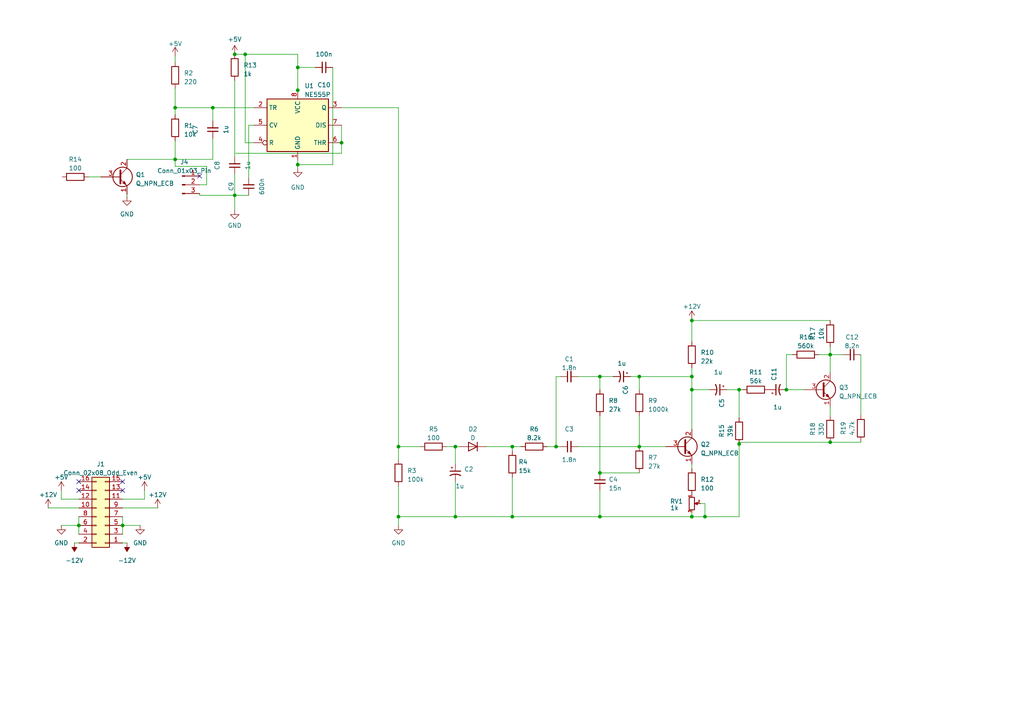
<source format=kicad_sch>
(kicad_sch (version 20230121) (generator eeschema)
  (paper "A4")
  (lib_symbols
    (symbol "Connector:Conn_01x03_Pin" (pin_names (offset 1.016) hide)
      (property "Reference" "J" (at 0 5.08 0))
      (property "Value" "Conn_01x03_Pin" (at 0 -5.08 0))
      (symbol "Conn_01x03_Pin_1_1"
        (polyline (pts (xy 1.27 -2.54) (xy 0.8636 -2.54)) (stroke (width 0.1524)))
        (polyline (pts (xy 1.27 0) (xy 0.8636 0)) (stroke (width 0.1524)))
        (polyline (pts (xy 1.27 2.54) (xy 0.8636 2.54)) (stroke (width 0.1524)))
        (rectangle (start 0.8636 -2.413) (end 0 -2.667) (stroke (width 0.1524)) (fill (type outline)))
        (rectangle (start 0.8636 0.127) (end 0 -0.127) (stroke (width 0.1524)) (fill (type outline)))
        (rectangle (start 0.8636 2.667) (end 0 2.413) (stroke (width 0.1524)) (fill (type outline)))
        (pin passive line (at 5.08 2.54 180) (length 3.81) (name "Pin_1") (number "1"))
        (pin passive line (at 5.08 0 180) (length 3.81) (name "Pin_2") (number "2"))
        (pin passive line (at 5.08 -2.54 180) (length 3.81) (name "Pin_3") (number "3"))
      )
    )
    (symbol "Connector_Generic:Conn_02x08_Odd_Even" (pin_names (offset 1.016) hide)
      (property "Reference" "J" (at 1.27 10.16 0))
      (property "Value" "Conn_02x08_Odd_Even" (at 1.27 -12.7 0))
      (symbol "Conn_02x08_Odd_Even_1_1"
        (rectangle (start -1.27 -10.033) (end 0 -10.287) (stroke (width 0.1524)))
        (rectangle (start -1.27 -7.493) (end 0 -7.747) (stroke (width 0.1524)))
        (rectangle (start -1.27 -4.953) (end 0 -5.207) (stroke (width 0.1524)))
        (rectangle (start -1.27 -2.413) (end 0 -2.667) (stroke (width 0.1524)))
        (rectangle (start -1.27 0.127) (end 0 -0.127) (stroke (width 0.1524)))
        (rectangle (start -1.27 2.667) (end 0 2.413) (stroke (width 0.1524)))
        (rectangle (start -1.27 5.207) (end 0 4.953) (stroke (width 0.1524)))
        (rectangle (start -1.27 7.747) (end 0 7.493) (stroke (width 0.1524)))
        (rectangle (start -1.27 8.89) (end 3.81 -11.43) (stroke (width 0.254)) (fill (type background)))
        (rectangle (start 3.81 -10.033) (end 2.54 -10.287) (stroke (width 0.1524)))
        (rectangle (start 3.81 -7.493) (end 2.54 -7.747) (stroke (width 0.1524)))
        (rectangle (start 3.81 -4.953) (end 2.54 -5.207) (stroke (width 0.1524)))
        (rectangle (start 3.81 -2.413) (end 2.54 -2.667) (stroke (width 0.1524)))
        (rectangle (start 3.81 0.127) (end 2.54 -0.127) (stroke (width 0.1524)))
        (rectangle (start 3.81 2.667) (end 2.54 2.413) (stroke (width 0.1524)))
        (rectangle (start 3.81 5.207) (end 2.54 4.953) (stroke (width 0.1524)))
        (rectangle (start 3.81 7.747) (end 2.54 7.493) (stroke (width 0.1524)))
        (pin passive line (at -5.08 7.62 0) (length 3.81) (name "Pin_1") (number "1"))
        (pin passive line (at 7.62 -2.54 180) (length 3.81) (name "Pin_10") (number "10"))
        (pin passive line (at -5.08 -5.08 0) (length 3.81) (name "Pin_11") (number "11"))
        (pin passive line (at 7.62 -5.08 180) (length 3.81) (name "Pin_12") (number "12"))
        (pin passive line (at -5.08 -7.62 0) (length 3.81) (name "Pin_13") (number "13"))
        (pin passive line (at 7.62 -7.62 180) (length 3.81) (name "Pin_14") (number "14"))
        (pin passive line (at -5.08 -10.16 0) (length 3.81) (name "Pin_15") (number "15"))
        (pin passive line (at 7.62 -10.16 180) (length 3.81) (name "Pin_16") (number "16"))
        (pin passive line (at 7.62 7.62 180) (length 3.81) (name "Pin_2") (number "2"))
        (pin passive line (at -5.08 5.08 0) (length 3.81) (name "Pin_3") (number "3"))
        (pin passive line (at 7.62 5.08 180) (length 3.81) (name "Pin_4") (number "4"))
        (pin passive line (at -5.08 2.54 0) (length 3.81) (name "Pin_5") (number "5"))
        (pin passive line (at 7.62 2.54 180) (length 3.81) (name "Pin_6") (number "6"))
        (pin passive line (at -5.08 0 0) (length 3.81) (name "Pin_7") (number "7"))
        (pin passive line (at 7.62 0 180) (length 3.81) (name "Pin_8") (number "8"))
        (pin passive line (at -5.08 -2.54 0) (length 3.81) (name "Pin_9") (number "9"))
      )
    )
    (symbol "Device:C_Polarized_Small_US" (pin_numbers hide) (pin_names (offset 0.254) hide)
      (property "Reference" "C" (at 0.254 1.778 0))
      (property "Value" "C_Polarized_Small_US" (at 0.254 -2.032 0))
      (symbol "C_Polarized_Small_US_0_1"
        (polyline (pts (xy -1.524 0.508) (xy 1.524 0.508)) (stroke (width 0.3048)))
        (polyline (pts (xy -1.27 1.524) (xy -0.762 1.524)))
        (polyline (pts (xy -1.016 1.27) (xy -1.016 1.778)))
        (arc (start 1.524 -0.762) (mid 0 -0.3734) (end -1.524 -0.762) (stroke (width 0.3048)))
      )
      (symbol "C_Polarized_Small_US_1_1"
        (pin passive line (at 0 2.54 270) (length 2.032) (name "~") (number "1"))
        (pin passive line (at 0 -2.54 90) (length 2.032) (name "~") (number "2"))
      )
    )
    (symbol "Device:C_Small" (pin_numbers hide) (pin_names (offset 0.254) hide)
      (property "Reference" "C" (at 0.254 1.778 0))
      (property "Value" "C_Small" (at 0.254 -2.032 0))
      (symbol "C_Small_0_1"
        (polyline (pts (xy -1.524 -0.508) (xy 1.524 -0.508)) (stroke (width 0.3302)))
        (polyline (pts (xy -1.524 0.508) (xy 1.524 0.508)) (stroke (width 0.3048)))
      )
      (symbol "C_Small_1_1"
        (pin passive line (at 0 2.54 270) (length 2.032) (name "~") (number "1"))
        (pin passive line (at 0 -2.54 90) (length 2.032) (name "~") (number "2"))
      )
    )
    (symbol "Device:D" (pin_numbers hide) (pin_names (offset 1.016) hide)
      (property "Reference" "D" (at 0 2.54 0))
      (property "Value" "D" (at 0 -2.54 0))
      (symbol "D_0_1"
        (polyline (pts (xy -1.27 1.27) (xy -1.27 -1.27)) (stroke (width 0.254)))
        (polyline (pts (xy 1.27 0) (xy -1.27 0)))
        (polyline (pts (xy 1.27 1.27) (xy 1.27 -1.27) (xy -1.27 0) (xy 1.27 1.27)) (stroke (width 0.254)))
      )
      (symbol "D_1_1"
        (pin passive line (at -3.81 0 0) (length 2.54) (name "K") (number "1"))
        (pin passive line (at 3.81 0 180) (length 2.54) (name "A") (number "2"))
      )
    )
    (symbol "Device:Q_NPN_ECB" (pin_names (offset 0) hide)
      (property "Reference" "Q" (at 5.08 1.27 0))
      (property "Value" "Q_NPN_ECB" (at 5.08 -1.27 0))
      (symbol "Q_NPN_ECB_0_1"
        (polyline (pts (xy 0.635 0.635) (xy 2.54 2.54)))
        (polyline (pts (xy 0.635 -0.635) (xy 2.54 -2.54) (xy 2.54 -2.54)))
        (polyline (pts (xy 0.635 1.905) (xy 0.635 -1.905) (xy 0.635 -1.905)) (stroke (width 0.508)))
        (polyline (pts (xy 1.27 -1.778) (xy 1.778 -1.27) (xy 2.286 -2.286) (xy 1.27 -1.778) (xy 1.27 -1.778)) (fill (type outline)))
        (circle (center 1.27 0) (radius 2.8194) (stroke (width 0.254)))
      )
      (symbol "Q_NPN_ECB_1_1"
        (pin passive line (at 2.54 -5.08 90) (length 2.54) (name "E") (number "1"))
        (pin passive line (at 2.54 5.08 270) (length 2.54) (name "C") (number "2"))
        (pin passive line (at -5.08 0 0) (length 5.715) (name "B") (number "3"))
      )
    )
    (symbol "Device:R" (pin_numbers hide) (pin_names (offset 0))
      (property "Reference" "R" (at 2.032 0 90))
      (property "Value" "R" (at 0 0 90))
      (symbol "R_0_1"
        (rectangle (start -1.016 -2.54) (end 1.016 2.54) (stroke (width 0.254)))
      )
      (symbol "R_1_1"
        (pin passive line (at 0 3.81 270) (length 1.27) (name "~") (number "1"))
        (pin passive line (at 0 -3.81 90) (length 1.27) (name "~") (number "2"))
      )
    )
    (symbol "Device:R_Potentiometer_Small" (pin_names (offset 1.016) hide)
      (property "Reference" "RV" (at -4.445 0 90))
      (property "Value" "R_Potentiometer_Small" (at -2.54 0 90))
      (symbol "R_Potentiometer_Small_0_1"
        (polyline (pts (xy 0.889 0) (xy 0.635 0) (xy 1.651 0.381) (xy 1.651 -0.381) (xy 0.635 0) (xy 0.889 0)) (fill (type outline)))
        (rectangle (start 0.762 1.8034) (end -0.762 -1.8034) (stroke (width 0.254)))
      )
      (symbol "R_Potentiometer_Small_1_1"
        (pin passive line (at 0 2.54 270) (length 0.635) (name "1") (number "1"))
        (pin passive line (at 2.54 0 180) (length 0.9906) (name "2") (number "2"))
        (pin passive line (at 0 -2.54 90) (length 0.635) (name "3") (number "3"))
      )
    )
    (symbol "Timer:NE555P"
      (property "Reference" "U" (at -10.16 8.89 0))
      (property "Value" "NE555P" (at 2.54 8.89 0))
      (symbol "NE555P_0_0"
        (pin power_in line (at 0 -10.16 90) (length 2.54) (name "GND") (number "1"))
        (pin power_in line (at 0 10.16 270) (length 2.54) (name "VCC") (number "8"))
      )
      (symbol "NE555P_0_1"
        (rectangle (start -8.89 -7.62) (end 8.89 7.62) (stroke (width 0.254)) (fill (type background)))
        (rectangle (start -8.89 -7.62) (end 8.89 7.62) (stroke (width 0.254)) (fill (type background)))
      )
      (symbol "NE555P_1_1"
        (pin input line (at -12.7 5.08 0) (length 3.81) (name "TR") (number "2"))
        (pin output line (at 12.7 5.08 180) (length 3.81) (name "Q") (number "3"))
        (pin input inverted (at -12.7 -5.08 0) (length 3.81) (name "R") (number "4"))
        (pin input line (at -12.7 0 0) (length 3.81) (name "CV") (number "5"))
        (pin input line (at 12.7 -5.08 180) (length 3.81) (name "THR") (number "6"))
        (pin input line (at 12.7 0 180) (length 3.81) (name "DIS") (number "7"))
      )
    )
    (symbol "power:+12V" (power) (pin_names (offset 0))
      (property "Value" "+12V" (at 0 3.556 0))
      (symbol "+12V_0_1"
        (polyline (pts (xy -0.762 1.27) (xy 0 2.54)))
        (polyline (pts (xy 0 0) (xy 0 2.54)))
        (polyline (pts (xy 0 2.54) (xy 0.762 1.27)))
      )
      (symbol "+12V_1_1"
        (pin power_in line (at 0 0 90) (length 0) hide (name "+12V") (number "1"))
      )
    )
    (symbol "power:+5V" (power) (pin_names (offset 0))
      (property "Value" "+5V" (at 0 3.556 0))
      (symbol "+5V_0_1"
        (polyline (pts (xy -0.762 1.27) (xy 0 2.54)))
        (polyline (pts (xy 0 0) (xy 0 2.54)))
        (polyline (pts (xy 0 2.54) (xy 0.762 1.27)))
      )
      (symbol "+5V_1_1"
        (pin power_in line (at 0 0 90) (length 0) hide (name "+5V") (number "1"))
      )
    )
    (symbol "power:-12V" (power) (pin_names (offset 0))
      (property "Value" "-12V" (at 0 3.81 0))
      (symbol "-12V_0_0"
        (pin power_in line (at 0 0 90) (length 0) hide (name "-12V") (number "1"))
      )
      (symbol "-12V_0_1"
        (polyline (pts (xy 0 0) (xy 0 1.27) (xy 0.762 1.27) (xy 0 2.54) (xy -0.762 1.27) (xy 0 1.27)) (fill (type outline)))
      )
    )
    (symbol "power:GND" (power) (pin_names (offset 0))
      (property "Value" "GND" (at 0 -3.81 0))
      (symbol "GND_0_1"
        (polyline (pts (xy 0 0) (xy 0 -1.27) (xy 1.27 -1.27) (xy 0 -2.54) (xy -1.27 -1.27) (xy 0 -1.27)))
      )
      (symbol "GND_1_1"
        (pin power_in line (at 0 0 270) (length 0) hide (name "GND") (number "1"))
      )
    )
  )
  (junction (at 148.59 129.54))
  (junction (at 115.57 149.86))
  (junction (at 50.8 31.242))
  (junction (at 148.59 149.86))
  (junction (at 115.57 129.54))
  (junction (at 35.56 152.4))
  (junction (at 228.092 113.03))
  (junction (at 240.792 128.27))
  (junction (at 204.47 149.86))
  (junction (at 71.12 15.748))
  (junction (at 173.99 109.22))
  (junction (at 50.8 46.228))
  (junction (at 68.072 15.748))
  (junction (at 185.42 109.22))
  (junction (at 61.722 31.242))
  (junction (at 200.66 149.86))
  (junction (at 22.86 152.4))
  (junction (at 200.66 109.22))
  (junction (at 173.99 137.16))
  (junction (at 240.792 102.87))
  (junction (at 86.36 19.558))
  (junction (at 132.08 129.54))
  (junction (at 200.66 113.03))
  (junction (at 99.06 41.402))
  (junction (at 86.36 26.162))
  (junction (at 214.376 128.778))
  (junction (at 86.36 47.752))
  (junction (at 173.99 149.86))
  (junction (at 214.376 113.03))
  (junction (at 185.42 129.54))
  (junction (at 161.29 129.54))
  (junction (at 200.66 92.964))
  (junction (at 68.072 56.642))
  (junction (at 132.08 149.86))
  (no_connect (at 22.86 139.7))
  (no_connect (at 35.56 139.7))
  (no_connect (at 35.56 142.24))
  (no_connect (at 57.912 51.054))
  (no_connect (at 22.86 142.24))
  (wire (pts (xy 50.8 31.242) (xy 50.8 33.274)))
  (wire (pts (xy 249.682 128.016) (xy 249.682 128.27)))
  (wire (pts (xy 36.83 46.228) (xy 50.8 46.228)))
  (wire (pts (xy 200.66 109.22) (xy 200.66 113.03)))
  (wire (pts (xy 203.2 146.05) (xy 204.47 146.05)))
  (wire (pts (xy 132.08 139.7) (xy 132.08 149.86)))
  (wire (pts (xy 115.57 129.54) (xy 115.57 133.35)))
  (wire (pts (xy 22.86 152.4) (xy 22.86 154.94)))
  (wire (pts (xy 240.792 118.11) (xy 240.792 120.65)))
  (wire (pts (xy 173.99 109.22) (xy 177.8 109.22)))
  (wire (pts (xy 140.97 129.54) (xy 148.59 129.54)))
  (wire (pts (xy 86.36 15.748) (xy 71.12 15.748)))
  (wire (pts (xy 99.06 36.322) (xy 99.06 41.402)))
  (wire (pts (xy 200.66 92.964) (xy 240.792 92.964)))
  (wire (pts (xy 237.49 102.87) (xy 240.792 102.87)))
  (wire (pts (xy 68.072 56.642) (xy 68.072 60.96)))
  (wire (pts (xy 148.59 149.86) (xy 173.99 149.86)))
  (wire (pts (xy 72.136 51.562) (xy 72.136 36.322)))
  (wire (pts (xy 96.52 47.752) (xy 86.36 47.752)))
  (wire (pts (xy 68.072 56.642) (xy 72.136 56.642)))
  (wire (pts (xy 36.83 56.388) (xy 36.83 57.023)))
  (wire (pts (xy 215.392 113.03) (xy 214.376 113.03)))
  (wire (pts (xy 86.36 47.752) (xy 86.36 48.768)))
  (wire (pts (xy 240.792 107.95) (xy 240.792 102.87)))
  (wire (pts (xy 57.912 56.134) (xy 57.912 56.642)))
  (wire (pts (xy 148.59 138.43) (xy 148.59 149.86)))
  (wire (pts (xy 17.78 144.78) (xy 22.86 144.78)))
  (wire (pts (xy 214.376 113.03) (xy 210.82 113.03)))
  (wire (pts (xy 99.06 44.45) (xy 99.06 41.402)))
  (wire (pts (xy 21.59 157.48) (xy 22.86 157.48)))
  (wire (pts (xy 72.136 36.322) (xy 73.66 36.322)))
  (wire (pts (xy 13.97 147.32) (xy 22.86 147.32)))
  (wire (pts (xy 173.99 113.03) (xy 173.99 109.22)))
  (wire (pts (xy 173.99 120.65) (xy 173.99 137.16)))
  (wire (pts (xy 50.8 40.894) (xy 50.8 46.228)))
  (wire (pts (xy 132.08 149.86) (xy 148.59 149.86)))
  (wire (pts (xy 132.08 129.54) (xy 133.35 129.54)))
  (wire (pts (xy 161.29 109.22) (xy 162.56 109.22)))
  (wire (pts (xy 214.376 128.27) (xy 214.376 128.778)))
  (wire (pts (xy 86.36 26.162) (xy 86.36 28.194)))
  (wire (pts (xy 158.75 129.54) (xy 161.29 129.54)))
  (wire (pts (xy 59.944 48.26) (xy 59.944 53.594)))
  (wire (pts (xy 115.57 149.86) (xy 115.57 152.4)))
  (wire (pts (xy 185.42 109.22) (xy 185.42 113.03)))
  (wire (pts (xy 50.8 16.256) (xy 50.8 18.034)))
  (wire (pts (xy 200.66 148.59) (xy 200.66 149.86)))
  (wire (pts (xy 161.29 129.54) (xy 162.56 129.54)))
  (wire (pts (xy 71.12 15.748) (xy 68.072 15.748)))
  (wire (pts (xy 200.66 113.03) (xy 205.74 113.03)))
  (wire (pts (xy 200.66 92.964) (xy 200.66 99.06)))
  (wire (pts (xy 35.56 147.32) (xy 45.72 147.32)))
  (wire (pts (xy 61.722 35.052) (xy 61.722 31.242)))
  (wire (pts (xy 173.99 137.16) (xy 185.42 137.16)))
  (wire (pts (xy 167.64 109.22) (xy 173.99 109.22)))
  (wire (pts (xy 148.59 129.54) (xy 151.13 129.54)))
  (wire (pts (xy 214.376 113.03) (xy 214.376 121.158)))
  (wire (pts (xy 73.66 41.402) (xy 71.12 41.402)))
  (wire (pts (xy 22.86 149.86) (xy 22.86 152.4)))
  (wire (pts (xy 200.66 113.03) (xy 200.66 124.46)))
  (wire (pts (xy 59.944 53.594) (xy 57.912 53.594)))
  (wire (pts (xy 204.47 149.86) (xy 214.376 149.86)))
  (wire (pts (xy 200.66 134.62) (xy 200.66 135.89)))
  (wire (pts (xy 61.722 31.242) (xy 73.66 31.242)))
  (wire (pts (xy 99.06 31.242) (xy 115.57 31.242)))
  (wire (pts (xy 17.78 152.4) (xy 22.86 152.4)))
  (wire (pts (xy 228.092 102.87) (xy 229.87 102.87)))
  (wire (pts (xy 86.36 46.482) (xy 86.36 47.752)))
  (wire (pts (xy 86.36 15.748) (xy 86.36 19.558)))
  (wire (pts (xy 61.722 40.132) (xy 61.722 46.228)))
  (wire (pts (xy 35.56 152.4) (xy 40.64 152.4)))
  (wire (pts (xy 50.8 46.228) (xy 50.8 48.26)))
  (wire (pts (xy 50.8 48.26) (xy 59.944 48.26)))
  (wire (pts (xy 240.792 100.584) (xy 240.792 102.87)))
  (wire (pts (xy 204.47 149.86) (xy 204.47 146.05)))
  (wire (pts (xy 91.44 19.558) (xy 86.36 19.558)))
  (wire (pts (xy 132.08 129.54) (xy 132.08 134.62)))
  (wire (pts (xy 200.66 92.71) (xy 200.66 92.964)))
  (wire (pts (xy 115.57 31.242) (xy 115.57 129.54)))
  (wire (pts (xy 148.59 129.54) (xy 148.59 130.81)))
  (wire (pts (xy 57.912 56.642) (xy 68.072 56.642)))
  (wire (pts (xy 129.54 129.54) (xy 132.08 129.54)))
  (wire (pts (xy 200.66 106.68) (xy 200.66 109.22)))
  (wire (pts (xy 41.91 144.78) (xy 41.91 142.24)))
  (wire (pts (xy 35.56 149.86) (xy 35.56 152.4)))
  (wire (pts (xy 249.682 102.87) (xy 249.682 120.396)))
  (wire (pts (xy 35.56 152.4) (xy 35.56 154.94)))
  (wire (pts (xy 35.56 144.78) (xy 41.91 144.78)))
  (wire (pts (xy 167.64 129.54) (xy 185.42 129.54)))
  (wire (pts (xy 240.792 102.87) (xy 244.602 102.87)))
  (wire (pts (xy 71.12 15.748) (xy 71.12 41.402)))
  (wire (pts (xy 96.52 19.558) (xy 96.52 47.752)))
  (wire (pts (xy 214.376 128.778) (xy 214.376 149.86)))
  (wire (pts (xy 86.36 19.558) (xy 86.36 26.162)))
  (wire (pts (xy 68.326 44.45) (xy 99.06 44.45)))
  (wire (pts (xy 61.722 31.242) (xy 50.8 31.242)))
  (wire (pts (xy 185.42 120.65) (xy 185.42 129.54)))
  (wire (pts (xy 50.8 46.228) (xy 61.722 46.228)))
  (wire (pts (xy 68.072 23.368) (xy 68.072 45.466)))
  (wire (pts (xy 115.57 129.54) (xy 121.92 129.54)))
  (wire (pts (xy 35.56 157.48) (xy 36.83 157.48)))
  (wire (pts (xy 115.57 140.97) (xy 115.57 149.86)))
  (wire (pts (xy 185.42 129.54) (xy 193.04 129.54)))
  (wire (pts (xy 228.092 113.03) (xy 228.092 102.87)))
  (wire (pts (xy 17.78 142.24) (xy 17.78 144.78)))
  (wire (pts (xy 240.792 128.27) (xy 214.376 128.27)))
  (wire (pts (xy 182.88 109.22) (xy 185.42 109.22)))
  (wire (pts (xy 161.29 129.54) (xy 161.29 109.22)))
  (wire (pts (xy 25.654 51.308) (xy 29.21 51.308)))
  (wire (pts (xy 50.8 25.654) (xy 50.8 31.242)))
  (wire (pts (xy 200.66 149.86) (xy 204.47 149.86)))
  (wire (pts (xy 173.99 149.86) (xy 200.66 149.86)))
  (wire (pts (xy 68.072 50.546) (xy 68.072 56.642)))
  (wire (pts (xy 173.99 142.24) (xy 173.99 149.86)))
  (wire (pts (xy 249.682 128.27) (xy 240.792 128.27)))
  (wire (pts (xy 115.57 149.86) (xy 132.08 149.86)))
  (wire (pts (xy 228.092 113.03) (xy 233.172 113.03)))
  (wire (pts (xy 185.42 109.22) (xy 200.66 109.22)))
  (symbol (lib_id "power:+5V") (at 50.8 16.256 0) (unit 1)
    (property "Reference" "#PWR015" (effects hide))
    (property "Value" "+5V" (at 50.8 12.7 0))
  )
  (symbol (lib_id "Connector_Generic:Conn_02x08_Odd_Even") (at 30.48 149.86 180) (unit 1)
    (property "Reference" "J1" (at 29.21 134.62 0))
    (property "Value" "Conn_02x08_Odd_Even" (at 29.21 137.16 0))
    (property "Footprint" "Connector_IDC:IDC-Header_2x08_P2.54mm_Vertical_SMD" (effects hide))
  )
  (symbol (lib_id "power:+5V") (at 68.072 15.748 0) (unit 1)
    (property "Reference" "#PWR013" (effects hide))
    (property "Value" "+5V" (at 68.072 11.43 0))
  )
  (symbol (lib_id "Device:C_Small") (at 165.1 129.54 90) (unit 1)
    (property "Reference" "C3" (at 165.1063 124.46 90))
    (property "Value" "1.8n" (at 165.1 133.35 90))
    (property "Footprint" "Capacitor_SMD:C_1206_3216Metric_Pad1.33x1.80mm_HandSolder" (effects hide))
  )
  (symbol (lib_id "Device:D") (at 137.16 129.54 180) (unit 1)
    (property "Reference" "D2" (at 137.16 124.46 0))
    (property "Value" "D" (at 137.16 127 0))
    (property "Footprint" "Diode_SMD:D_1206_3216Metric_Pad1.42x1.75mm_HandSolder" (effects hide))
    (property "Sim.Device" "D" (effects hide))
    (property "Sim.Pins" "1=K 2=A" (effects hide))
  )
  (symbol (lib_id "Device:R") (at 185.42 116.84 0) (unit 1)
    (property "Reference" "R9" (at 187.96 116.205 0) (effects (justify left)))
    (property "Value" "1000k" (at 187.96 118.745 0) (effects (justify left)))
    (property "Footprint" "Resistor_SMD:R_1206_3216Metric_Pad1.30x1.75mm_HandSolder" (effects hide))
  )
  (symbol (lib_id "Device:C_Polarized_Small_US") (at 132.08 137.16 0) (unit 1)
    (property "Reference" "C2" (at 134.62 136.0932 0) (effects (justify left)))
    (property "Value" "1u" (at 132.08 140.97 0) (effects (justify left)))
    (property "Footprint" "Capacitor_SMD:C_1206_3216Metric_Pad1.33x1.80mm_HandSolder" (effects hide))
  )
  (symbol (lib_id "Device:Q_NPN_ECB") (at 34.29 51.308 0) (unit 1)
    (property "Reference" "Q1" (at 39.37 50.673 0) (effects (justify left)))
    (property "Value" "Q_NPN_ECB" (at 39.37 53.213 0) (effects (justify left)))
    (property "Footprint" "Package_TO_SOT_SMD:SOT-23-3" (effects hide))
  )
  (symbol (lib_id "power:GND") (at 40.64 152.4 0) (unit 1)
    (property "Reference" "#PWR04" (effects hide))
    (property "Value" "GND" (at 40.64 157.48 0))
  )
  (symbol (lib_id "power:-12V") (at 21.59 157.48 180) (unit 1)
    (property "Reference" "#PWR01" (effects hide))
    (property "Value" "-12V" (at 21.59 162.56 0))
  )
  (symbol (lib_id "Device:R") (at 21.844 51.308 90) (unit 1)
    (property "Reference" "R14" (at 21.844 46.228 90))
    (property "Value" "100" (at 21.844 48.768 90))
    (property "Footprint" "Resistor_SMD:R_1206_3216Metric_Pad1.30x1.75mm_HandSolder" (effects hide))
  )
  (symbol (lib_id "Device:C_Small") (at 61.722 37.592 180) (unit 1)
    (property "Reference" "C7" (at 56.642 37.5857 90))
    (property "Value" "1u" (at 65.532 37.592 90))
    (property "Footprint" "Capacitor_SMD:C_1206_3216Metric_Pad1.33x1.80mm_HandSolder" (effects hide))
  )
  (symbol (lib_id "Device:C_Small") (at 165.1 109.22 90) (unit 1)
    (property "Reference" "C1" (at 165.1063 104.14 90))
    (property "Value" "1.8n" (at 165.1063 106.68 90))
    (property "Footprint" "Capacitor_SMD:C_1206_3216Metric_Pad1.33x1.80mm_HandSolder" (effects hide))
  )
  (symbol (lib_id "Device:R") (at 240.792 124.46 180) (unit 1)
    (property "Reference" "R18" (at 235.712 124.46 90))
    (property "Value" "330" (at 238.252 124.46 90))
    (property "Footprint" "Resistor_SMD:R_1206_3216Metric_Pad1.30x1.75mm_HandSolder" (effects hide))
  )
  (symbol (lib_id "Device:R") (at 214.376 124.968 180) (unit 1)
    (property "Reference" "R15" (at 209.296 124.968 90))
    (property "Value" "39k" (at 211.836 124.968 90))
    (property "Footprint" "Resistor_SMD:R_1206_3216Metric_Pad1.30x1.75mm_HandSolder" (effects hide))
  )
  (symbol (lib_id "Device:R_Potentiometer_Small") (at 200.66 146.05 0) (unit 1)
    (property "Reference" "RV1" (at 198.12 145.415 0) (effects (justify right)))
    (property "Value" "1k" (at 196.85 147.32 0) (effects (justify right)))
    (property "Footprint" "Connector_JST:JST_XH_B3B-XH-A_1x03_P2.50mm_Vertical" (effects hide))
  )
  (symbol (lib_id "power:+12V") (at 13.97 147.32 0) (unit 1)
    (property "Reference" "#PWR06" (effects hide))
    (property "Value" "+12V" (at 13.97 143.51 0))
  )
  (symbol (lib_id "Device:C_Polarized_Small_US") (at 180.34 109.22 270) (unit 1)
    (property "Reference" "C6" (at 181.4068 111.76 0) (effects (justify left)))
    (property "Value" "1u" (at 179.07 105.41 90) (effects (justify left)))
    (property "Footprint" "Capacitor_SMD:C_1206_3216Metric_Pad1.33x1.80mm_HandSolder" (effects hide))
  )
  (symbol (lib_id "Device:R") (at 68.072 19.558 0) (unit 1)
    (property "Reference" "R13" (at 70.612 18.923 0) (effects (justify left)))
    (property "Value" "1k" (at 70.612 21.463 0) (effects (justify left)))
    (property "Footprint" "Resistor_SMD:R_1206_3216Metric_Pad1.30x1.75mm_HandSolder" (effects hide))
  )
  (symbol (lib_id "Device:Q_NPN_ECB") (at 238.252 113.03 0) (unit 1)
    (property "Reference" "Q3" (at 243.332 112.395 0) (effects (justify left)))
    (property "Value" "Q_NPN_ECB" (at 243.332 114.935 0) (effects (justify left)))
    (property "Footprint" "Package_TO_SOT_SMD:SOT-23-3" (effects hide))
  )
  (symbol (lib_id "power:+12V") (at 45.72 147.32 0) (unit 1)
    (property "Reference" "#PWR07" (effects hide))
    (property "Value" "+12V" (at 45.72 143.51 0))
  )
  (symbol (lib_id "Device:R") (at 249.682 124.206 180) (unit 1)
    (property "Reference" "R19" (at 244.602 124.206 90))
    (property "Value" "4.7k" (at 247.142 124.206 90))
    (property "Footprint" "Resistor_SMD:R_1206_3216Metric_Pad1.30x1.75mm_HandSolder" (effects hide))
  )
  (symbol (lib_id "Connector:Conn_01x03_Pin") (at 52.832 53.594 0) (unit 1)
    (property "Reference" "J4" (at 53.467 46.99 0))
    (property "Value" "Conn_01x03_Pin" (at 53.467 49.53 0))
  )
  (symbol (lib_id "Device:R") (at 200.66 102.87 0) (unit 1)
    (property "Reference" "R10" (at 203.2 102.235 0) (effects (justify left)))
    (property "Value" "22k" (at 203.2 104.775 0) (effects (justify left)))
    (property "Footprint" "Resistor_SMD:R_1206_3216Metric_Pad1.30x1.75mm_HandSolder" (effects hide))
  )
  (symbol (lib_id "Device:C_Polarized_Small_US") (at 208.28 113.03 270) (unit 1)
    (property "Reference" "C5" (at 209.3468 115.57 0) (effects (justify left)))
    (property "Value" "1u" (at 207.01 107.95 90) (effects (justify left)))
    (property "Footprint" "Capacitor_SMD:C_1206_3216Metric_Pad1.33x1.80mm_HandSolder" (effects hide))
  )
  (symbol (lib_id "power:+5V") (at 17.78 142.24 0) (unit 1)
    (property "Reference" "#PWR09" (effects hide))
    (property "Value" "+5V" (at 17.78 138.43 0))
  )
  (symbol (lib_id "Device:R") (at 154.94 129.54 90) (unit 1)
    (property "Reference" "R6" (at 154.94 124.46 90))
    (property "Value" "8.2k" (at 154.94 127 90))
    (property "Footprint" "Resistor_SMD:R_1206_3216Metric_Pad1.30x1.75mm_HandSolder" (effects hide))
  )
  (symbol (lib_id "power:GND") (at 68.072 60.96 0) (unit 1)
    (property "Reference" "#PWR014" (effects hide))
    (property "Value" "GND" (at 68.072 65.405 0))
  )
  (symbol (lib_id "Device:R") (at 125.73 129.54 90) (unit 1)
    (property "Reference" "R5" (at 125.73 124.46 90))
    (property "Value" "100" (at 125.73 127 90))
    (property "Footprint" "Resistor_SMD:R_1206_3216Metric_Pad1.30x1.75mm_HandSolder" (effects hide))
  )
  (symbol (lib_id "Device:C_Small") (at 173.99 139.7 0) (unit 1)
    (property "Reference" "C4" (at 176.53 139.0713 0) (effects (justify left)))
    (property "Value" "15n" (at 176.53 141.6113 0) (effects (justify left)))
    (property "Footprint" "Capacitor_SMD:C_1206_3216Metric_Pad1.33x1.80mm_HandSolder" (effects hide))
  )
  (symbol (lib_id "power:GND") (at 115.57 152.4 0) (unit 1)
    (property "Reference" "#PWR012" (effects hide))
    (property "Value" "GND" (at 115.57 157.48 0))
  )
  (symbol (lib_id "Device:R") (at 219.202 113.03 90) (unit 1)
    (property "Reference" "R11" (at 219.202 107.95 90))
    (property "Value" "56k" (at 219.202 110.49 90))
    (property "Footprint" "Resistor_SMD:R_1206_3216Metric_Pad1.30x1.75mm_HandSolder" (effects hide))
  )
  (symbol (lib_id "Device:C_Small") (at 72.136 54.102 180) (unit 1)
    (property "Reference" "C9" (at 67.056 54.0957 90))
    (property "Value" "600n" (at 75.946 54.102 90))
    (property "Footprint" "Capacitor_SMD:C_1206_3216Metric_Pad1.33x1.80mm_HandSolder" (effects hide))
  )
  (symbol (lib_id "Device:R") (at 200.66 139.7 0) (unit 1)
    (property "Reference" "R12" (at 203.2 139.065 0) (effects (justify left)))
    (property "Value" "100" (at 203.2 141.605 0) (effects (justify left)))
    (property "Footprint" "Resistor_SMD:R_1206_3216Metric_Pad1.30x1.75mm_HandSolder" (effects hide))
  )
  (symbol (lib_id "power:+5V") (at 41.91 142.24 0) (unit 1)
    (property "Reference" "#PWR08" (effects hide))
    (property "Value" "+5V" (at 41.91 138.43 0))
  )
  (symbol (lib_id "Timer:NE555P") (at 86.36 36.322 0) (unit 1)
    (property "Reference" "U1" (at 88.3159 24.892 0) (effects (justify left)))
    (property "Value" "NE555P" (at 88.3159 27.432 0) (effects (justify left)))
    (property "Footprint" "Package_DIP:DIP-8_W7.62mm" (effects hide))
    (property "Datasheet" "http://www.ti.com/lit/ds/symlink/ne555.pdf" (effects hide))
  )
  (symbol (lib_id "power:GND") (at 36.83 57.023 0) (unit 1)
    (property "Reference" "#PWR018" (effects hide))
    (property "Value" "GND" (at 36.83 62.103 0))
  )
  (symbol (lib_id "Device:R") (at 185.42 133.35 0) (unit 1)
    (property "Reference" "R7" (at 187.96 132.715 0) (effects (justify left)))
    (property "Value" "27k" (at 187.96 135.255 0) (effects (justify left)))
    (property "Footprint" "Resistor_SMD:R_1206_3216Metric_Pad1.30x1.75mm_HandSolder" (effects hide))
  )
  (symbol (lib_id "power:-12V") (at 36.83 157.48 180) (unit 1)
    (property "Reference" "#PWR03" (effects hide))
    (property "Value" "-12V" (at 36.83 162.56 0))
  )
  (symbol (lib_id "Device:C_Polarized_Small_US") (at 225.552 113.03 90) (unit 1)
    (property "Reference" "C11" (at 224.4852 110.49 0) (effects (justify left)))
    (property "Value" "1u" (at 226.822 118.11 90) (effects (justify left)))
    (property "Footprint" "Capacitor_SMD:C_1206_3216Metric_Pad1.33x1.80mm_HandSolder" (effects hide))
  )
  (symbol (lib_id "power:+12V") (at 200.66 92.71 0) (unit 1)
    (property "Reference" "#PWR010" (effects hide))
    (property "Value" "+12V" (at 200.66 88.9 0))
  )
  (symbol (lib_id "Device:R") (at 50.8 37.084 0) (unit 1)
    (property "Reference" "R1" (at 53.34 36.449 0) (effects (justify left)))
    (property "Value" "10k" (at 53.34 38.989 0) (effects (justify left)))
    (property "Footprint" "Resistor_SMD:R_1206_3216Metric_Pad1.30x1.75mm_HandSolder" (effects hide))
  )
  (symbol (lib_id "Device:R") (at 240.792 96.774 180) (unit 1)
    (property "Reference" "R17" (at 235.712 96.774 90))
    (property "Value" "10k" (at 238.252 96.774 90))
    (property "Footprint" "Resistor_SMD:R_1206_3216Metric_Pad1.30x1.75mm_HandSolder" (effects hide))
  )
  (symbol (lib_id "Device:R") (at 115.57 137.16 0) (unit 1)
    (property "Reference" "R3" (at 118.11 136.525 0) (effects (justify left)))
    (property "Value" "100k" (at 118.11 139.065 0) (effects (justify left)))
    (property "Footprint" "Resistor_SMD:R_1206_3216Metric_Pad1.30x1.75mm_HandSolder" (effects hide))
  )
  (symbol (lib_id "Device:R") (at 50.8 21.844 0) (unit 1)
    (property "Reference" "R2" (at 53.34 21.209 0) (effects (justify left)))
    (property "Value" "220" (at 53.34 23.749 0) (effects (justify left)))
    (property "Footprint" "Resistor_SMD:R_1206_3216Metric_Pad1.30x1.75mm_HandSolder" (effects hide))
  )
  (symbol (lib_id "Device:R") (at 233.68 102.87 90) (unit 1)
    (property "Reference" "R16" (at 233.68 97.79 90))
    (property "Value" "560k" (at 233.68 100.33 90))
    (property "Footprint" "Resistor_SMD:R_1206_3216Metric_Pad1.30x1.75mm_HandSolder" (effects hide))
  )
  (symbol (lib_id "Device:C_Small") (at 247.142 102.87 270) (unit 1)
    (property "Reference" "C12" (at 247.1356 97.79 90))
    (property "Value" "8.2n" (at 247.1356 100.33 90))
    (property "Footprint" "Capacitor_SMD:C_1206_3216Metric_Pad1.33x1.80mm_HandSolder" (effects hide))
  )
  (symbol (lib_id "Device:Q_NPN_ECB") (at 198.12 129.54 0) (unit 1)
    (property "Reference" "Q2" (at 203.2 128.905 0) (effects (justify left)))
    (property "Value" "Q_NPN_ECB" (at 203.2 131.445 0) (effects (justify left)))
    (property "Footprint" "Package_TO_SOT_SMD:SOT-23-3" (effects hide))
  )
  (symbol (lib_id "power:GND") (at 17.78 152.4 0) (unit 1)
    (property "Reference" "#PWR05" (effects hide))
    (property "Value" "GND" (at 17.78 157.48 0))
  )
  (symbol (lib_id "Device:R") (at 173.99 116.84 0) (unit 1)
    (property "Reference" "R8" (at 176.53 116.205 0) (effects (justify left)))
    (property "Value" "27k" (at 176.53 118.745 0) (effects (justify left)))
    (property "Footprint" "Resistor_SMD:R_1206_3216Metric_Pad1.30x1.75mm_HandSolder" (effects hide))
  )
  (symbol (lib_id "Device:R") (at 148.59 134.62 0) (unit 1)
    (property "Reference" "R4" (at 150.378 133.985 0) (effects (justify left)))
    (property "Value" "15k" (at 150.378 136.525 0) (effects (justify left)))
    (property "Footprint" "Resistor_SMD:R_1206_3216Metric_Pad1.30x1.75mm_HandSolder" (effects hide))
  )
  (symbol (lib_id "Device:C_Small") (at 68.072 48.006 180) (unit 1)
    (property "Reference" "C8" (at 62.992 47.9997 90))
    (property "Value" "1u" (at 71.882 48.006 90))
    (property "Footprint" "Capacitor_SMD:C_1206_3216Metric_Pad1.33x1.80mm_HandSolder" (effects hide))
  )
  (symbol (lib_id "power:GND") (at 86.36 48.768 0) (unit 1)
    (property "Reference" "#PWR016" (effects hide))
    (property "Value" "GND" (at 86.36 54.356 0))
  )
  (symbol (lib_id "Device:C_Small") (at 93.98 19.558 270) (unit 1)
    (property "Reference" "C10" (at 93.9737 24.638 90))
    (property "Value" "100n" (at 93.98 15.748 90))
    (property "Footprint" "Capacitor_SMD:C_1206_3216Metric_Pad1.33x1.80mm_HandSolder" (effects hide))
  )
)
</source>
